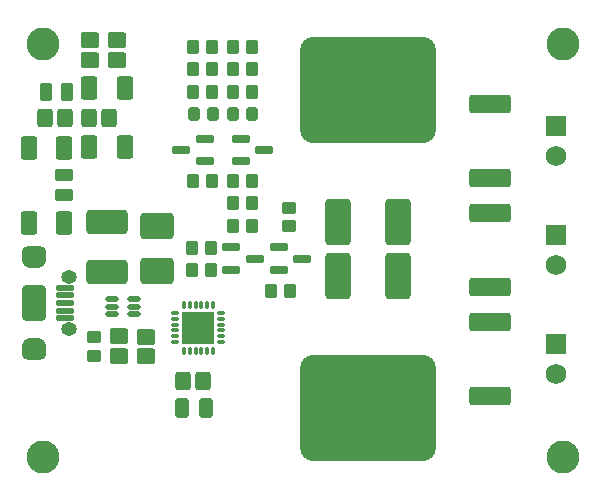
<source format=gts>
G04 Layer_Color=8388736*
%FSLAX43Y43*%
%MOMM*%
G71*
G01*
G75*
%ADD43C,0.800*%
%ADD51O,0.700X0.300*%
G04:AMPARAMS|DCode=52|XSize=0.5mm|YSize=1.15mm|CornerRadius=0.15mm|HoleSize=0mm|Usage=FLASHONLY|Rotation=90.000|XOffset=0mm|YOffset=0mm|HoleType=Round|Shape=RoundedRectangle|*
%AMROUNDEDRECTD52*
21,1,0.500,0.850,0,0,90.0*
21,1,0.200,1.150,0,0,90.0*
1,1,0.300,0.425,0.100*
1,1,0.300,0.425,-0.100*
1,1,0.300,-0.425,-0.100*
1,1,0.300,-0.425,0.100*
%
%ADD52ROUNDEDRECTD52*%
G04:AMPARAMS|DCode=53|XSize=2mm|YSize=1.8mm|CornerRadius=0.56mm|HoleSize=0mm|Usage=FLASHONLY|Rotation=0.000|XOffset=0mm|YOffset=0mm|HoleType=Round|Shape=RoundedRectangle|*
%AMROUNDEDRECTD53*
21,1,2.000,0.680,0,0,0.0*
21,1,0.880,1.800,0,0,0.0*
1,1,1.120,0.440,-0.340*
1,1,1.120,-0.440,-0.340*
1,1,1.120,-0.440,0.340*
1,1,1.120,0.440,0.340*
%
%ADD53ROUNDEDRECTD53*%
G04:AMPARAMS|DCode=54|XSize=2mm|YSize=3mm|CornerRadius=0.287mm|HoleSize=0mm|Usage=FLASHONLY|Rotation=0.000|XOffset=0mm|YOffset=0mm|HoleType=Round|Shape=RoundedRectangle|*
%AMROUNDEDRECTD54*
21,1,2.000,2.425,0,0,0.0*
21,1,1.425,3.000,0,0,0.0*
1,1,0.575,0.713,-1.212*
1,1,0.575,-0.713,-1.212*
1,1,0.575,-0.713,1.212*
1,1,0.575,0.713,1.212*
%
%ADD54ROUNDEDRECTD54*%
G04:AMPARAMS|DCode=55|XSize=1.45mm|YSize=0.5mm|CornerRadius=0.1mm|HoleSize=0mm|Usage=FLASHONLY|Rotation=0.000|XOffset=0mm|YOffset=0mm|HoleType=Round|Shape=RoundedRectangle|*
%AMROUNDEDRECTD55*
21,1,1.450,0.300,0,0,0.0*
21,1,1.250,0.500,0,0,0.0*
1,1,0.200,0.625,-0.150*
1,1,0.200,-0.625,-0.150*
1,1,0.200,-0.625,0.150*
1,1,0.200,0.625,0.150*
%
%ADD55ROUNDEDRECTD55*%
G04:AMPARAMS|DCode=56|XSize=1.02mm|YSize=1.18mm|CornerRadius=0.165mm|HoleSize=0mm|Usage=FLASHONLY|Rotation=180.000|XOffset=0mm|YOffset=0mm|HoleType=Round|Shape=RoundedRectangle|*
%AMROUNDEDRECTD56*
21,1,1.020,0.850,0,0,180.0*
21,1,0.690,1.180,0,0,180.0*
1,1,0.330,-0.345,0.425*
1,1,0.330,0.345,0.425*
1,1,0.330,0.345,-0.425*
1,1,0.330,-0.345,-0.425*
%
%ADD56ROUNDEDRECTD56*%
G04:AMPARAMS|DCode=57|XSize=0.71mm|YSize=1.45mm|CornerRadius=0.126mm|HoleSize=0mm|Usage=FLASHONLY|Rotation=90.000|XOffset=0mm|YOffset=0mm|HoleType=Round|Shape=RoundedRectangle|*
%AMROUNDEDRECTD57*
21,1,0.710,1.198,0,0,90.0*
21,1,0.458,1.450,0,0,90.0*
1,1,0.253,0.599,0.229*
1,1,0.253,0.599,-0.229*
1,1,0.253,-0.599,-0.229*
1,1,0.253,-0.599,0.229*
%
%ADD57ROUNDEDRECTD57*%
G04:AMPARAMS|DCode=58|XSize=1.04mm|YSize=1.13mm|CornerRadius=0.168mm|HoleSize=0mm|Usage=FLASHONLY|Rotation=0.000|XOffset=0mm|YOffset=0mm|HoleType=Round|Shape=RoundedRectangle|*
%AMROUNDEDRECTD58*
21,1,1.040,0.795,0,0,0.0*
21,1,0.705,1.130,0,0,0.0*
1,1,0.335,0.352,-0.398*
1,1,0.335,-0.352,-0.398*
1,1,0.335,-0.352,0.398*
1,1,0.335,0.352,0.398*
%
%ADD58ROUNDEDRECTD58*%
G04:AMPARAMS|DCode=59|XSize=1.02mm|YSize=1.18mm|CornerRadius=0.165mm|HoleSize=0mm|Usage=FLASHONLY|Rotation=270.000|XOffset=0mm|YOffset=0mm|HoleType=Round|Shape=RoundedRectangle|*
%AMROUNDEDRECTD59*
21,1,1.020,0.850,0,0,270.0*
21,1,0.690,1.180,0,0,270.0*
1,1,0.330,-0.425,-0.345*
1,1,0.330,-0.425,0.345*
1,1,0.330,0.425,0.345*
1,1,0.330,0.425,-0.345*
%
%ADD59ROUNDEDRECTD59*%
G04:AMPARAMS|DCode=60|XSize=1.38mm|YSize=1.97mm|CornerRadius=0.21mm|HoleSize=0mm|Usage=FLASHONLY|Rotation=180.000|XOffset=0mm|YOffset=0mm|HoleType=Round|Shape=RoundedRectangle|*
%AMROUNDEDRECTD60*
21,1,1.380,1.550,0,0,180.0*
21,1,0.960,1.970,0,0,180.0*
1,1,0.420,-0.480,0.775*
1,1,0.420,0.480,0.775*
1,1,0.420,0.480,-0.775*
1,1,0.420,-0.480,-0.775*
%
%ADD60ROUNDEDRECTD60*%
G04:AMPARAMS|DCode=61|XSize=2.05mm|YSize=3.5mm|CornerRadius=0.294mm|HoleSize=0mm|Usage=FLASHONLY|Rotation=90.000|XOffset=0mm|YOffset=0mm|HoleType=Round|Shape=RoundedRectangle|*
%AMROUNDEDRECTD61*
21,1,2.050,2.913,0,0,90.0*
21,1,1.462,3.500,0,0,90.0*
1,1,0.588,1.456,0.731*
1,1,0.588,1.456,-0.731*
1,1,0.588,-1.456,-0.731*
1,1,0.588,-1.456,0.731*
%
%ADD61ROUNDEDRECTD61*%
G04:AMPARAMS|DCode=62|XSize=1.31mm|YSize=1.56mm|CornerRadius=0.201mm|HoleSize=0mm|Usage=FLASHONLY|Rotation=0.000|XOffset=0mm|YOffset=0mm|HoleType=Round|Shape=RoundedRectangle|*
%AMROUNDEDRECTD62*
21,1,1.310,1.157,0,0,0.0*
21,1,0.907,1.560,0,0,0.0*
1,1,0.403,0.454,-0.579*
1,1,0.403,-0.454,-0.579*
1,1,0.403,-0.454,0.579*
1,1,0.403,0.454,0.579*
%
%ADD62ROUNDEDRECTD62*%
%ADD63R,2.780X2.780*%
%ADD64O,0.300X0.700*%
G04:AMPARAMS|DCode=65|XSize=2.843mm|YSize=2.259mm|CornerRadius=0.32mm|HoleSize=0mm|Usage=FLASHONLY|Rotation=0.000|XOffset=0mm|YOffset=0mm|HoleType=Round|Shape=RoundedRectangle|*
%AMROUNDEDRECTD65*
21,1,2.843,1.619,0,0,0.0*
21,1,2.203,2.259,0,0,0.0*
1,1,0.640,1.102,-0.810*
1,1,0.640,-1.102,-0.810*
1,1,0.640,-1.102,0.810*
1,1,0.640,1.102,0.810*
%
%ADD65ROUNDEDRECTD65*%
G04:AMPARAMS|DCode=66|XSize=1.1mm|YSize=1.5mm|CornerRadius=0.175mm|HoleSize=0mm|Usage=FLASHONLY|Rotation=90.000|XOffset=0mm|YOffset=0mm|HoleType=Round|Shape=RoundedRectangle|*
%AMROUNDEDRECTD66*
21,1,1.100,1.150,0,0,90.0*
21,1,0.750,1.500,0,0,90.0*
1,1,0.350,0.575,0.375*
1,1,0.350,0.575,-0.375*
1,1,0.350,-0.575,-0.375*
1,1,0.350,-0.575,0.375*
%
%ADD66ROUNDEDRECTD66*%
G04:AMPARAMS|DCode=67|XSize=1.31mm|YSize=1.56mm|CornerRadius=0.201mm|HoleSize=0mm|Usage=FLASHONLY|Rotation=270.000|XOffset=0mm|YOffset=0mm|HoleType=Round|Shape=RoundedRectangle|*
%AMROUNDEDRECTD67*
21,1,1.310,1.157,0,0,270.0*
21,1,0.907,1.560,0,0,270.0*
1,1,0.403,-0.579,-0.454*
1,1,0.403,-0.579,0.454*
1,1,0.403,0.579,0.454*
1,1,0.403,0.579,-0.454*
%
%ADD67ROUNDEDRECTD67*%
G04:AMPARAMS|DCode=68|XSize=1.1mm|YSize=1.5mm|CornerRadius=0.175mm|HoleSize=0mm|Usage=FLASHONLY|Rotation=0.000|XOffset=0mm|YOffset=0mm|HoleType=Round|Shape=RoundedRectangle|*
%AMROUNDEDRECTD68*
21,1,1.100,1.150,0,0,0.0*
21,1,0.750,1.500,0,0,0.0*
1,1,0.350,0.375,-0.575*
1,1,0.350,-0.375,-0.575*
1,1,0.350,-0.375,0.575*
1,1,0.350,0.375,0.575*
%
%ADD68ROUNDEDRECTD68*%
G04:AMPARAMS|DCode=69|XSize=1.63mm|YSize=1.12mm|CornerRadius=0.177mm|HoleSize=0mm|Usage=FLASHONLY|Rotation=270.000|XOffset=0mm|YOffset=0mm|HoleType=Round|Shape=RoundedRectangle|*
%AMROUNDEDRECTD69*
21,1,1.630,0.765,0,0,270.0*
21,1,1.275,1.120,0,0,270.0*
1,1,0.355,-0.383,-0.637*
1,1,0.355,-0.383,0.637*
1,1,0.355,0.383,0.637*
1,1,0.355,0.383,-0.637*
%
%ADD69ROUNDEDRECTD69*%
G04:AMPARAMS|DCode=70|XSize=2.18mm|YSize=3.91mm|CornerRadius=0.31mm|HoleSize=0mm|Usage=FLASHONLY|Rotation=0.000|XOffset=0mm|YOffset=0mm|HoleType=Round|Shape=RoundedRectangle|*
%AMROUNDEDRECTD70*
21,1,2.180,3.290,0,0,0.0*
21,1,1.560,3.910,0,0,0.0*
1,1,0.620,0.780,-1.645*
1,1,0.620,-0.780,-1.645*
1,1,0.620,-0.780,1.645*
1,1,0.620,0.780,1.645*
%
%ADD70ROUNDEDRECTD70*%
G04:AMPARAMS|DCode=71|XSize=11.53mm|YSize=8.99mm|CornerRadius=1.161mm|HoleSize=0mm|Usage=FLASHONLY|Rotation=0.000|XOffset=0mm|YOffset=0mm|HoleType=Round|Shape=RoundedRectangle|*
%AMROUNDEDRECTD71*
21,1,11.530,6.668,0,0,0.0*
21,1,9.207,8.990,0,0,0.0*
1,1,2.322,4.604,-3.334*
1,1,2.322,-4.604,-3.334*
1,1,2.322,-4.604,3.334*
1,1,2.322,4.604,3.334*
%
%ADD71ROUNDEDRECTD71*%
G04:AMPARAMS|DCode=72|XSize=1.55mm|YSize=3.53mm|CornerRadius=0.231mm|HoleSize=0mm|Usage=FLASHONLY|Rotation=270.000|XOffset=0mm|YOffset=0mm|HoleType=Round|Shape=RoundedRectangle|*
%AMROUNDEDRECTD72*
21,1,1.550,3.067,0,0,270.0*
21,1,1.087,3.530,0,0,270.0*
1,1,0.463,-1.534,-0.544*
1,1,0.463,-1.534,0.544*
1,1,0.463,1.534,0.544*
1,1,0.463,1.534,-0.544*
%
%ADD72ROUNDEDRECTD72*%
G04:AMPARAMS|DCode=73|XSize=2mm|YSize=1.3mm|CornerRadius=0.41mm|HoleSize=0mm|Usage=FLASHONLY|Rotation=0.000|XOffset=0mm|YOffset=0mm|HoleType=Round|Shape=RoundedRectangle|*
%AMROUNDEDRECTD73*
21,1,2.000,0.480,0,0,0.0*
21,1,1.180,1.300,0,0,0.0*
1,1,0.820,0.590,-0.240*
1,1,0.820,-0.590,-0.240*
1,1,0.820,-0.590,0.240*
1,1,0.820,0.590,0.240*
%
%ADD73ROUNDEDRECTD73*%
%ADD74O,1.350X1.150*%
%ADD75C,1.751*%
%ADD76R,1.751X1.751*%
%ADD77C,2.800*%
D43*
X15500Y23600D02*
D03*
X16800D02*
D03*
Y22400D02*
D03*
X15500D02*
D03*
D51*
X14170Y22720D02*
D03*
Y23220D02*
D03*
X18070Y24220D02*
D03*
Y23720D02*
D03*
Y23220D02*
D03*
Y22720D02*
D03*
Y22220D02*
D03*
Y21720D02*
D03*
X14170D02*
D03*
Y22220D02*
D03*
Y23720D02*
D03*
Y24220D02*
D03*
D52*
X10625Y24100D02*
D03*
Y25400D02*
D03*
X8775Y24100D02*
D03*
X8775Y24750D02*
D03*
X8775Y25400D02*
D03*
X10625Y24750D02*
D03*
D53*
X2176Y28975D02*
D03*
X2176Y21125D02*
D03*
D54*
X2176Y25050D02*
D03*
D55*
X4851Y26350D02*
D03*
Y25700D02*
D03*
Y25050D02*
D03*
Y24400D02*
D03*
Y23750D02*
D03*
D56*
X22275Y26100D02*
D03*
X23875D02*
D03*
X15575Y27850D02*
D03*
X17175Y27850D02*
D03*
X17175Y29725D02*
D03*
X15575Y29725D02*
D03*
X19075Y33500D02*
D03*
X20675Y33500D02*
D03*
X19075Y42925D02*
D03*
X20675Y42925D02*
D03*
X20675Y44850D02*
D03*
X19075D02*
D03*
X19075Y46725D02*
D03*
X20675Y46725D02*
D03*
X17300Y35380D02*
D03*
X15700Y35380D02*
D03*
X19075Y35405D02*
D03*
X20675Y35405D02*
D03*
X15700Y42950D02*
D03*
X17300Y42950D02*
D03*
X17300Y44825D02*
D03*
X15700Y44825D02*
D03*
X15700Y46750D02*
D03*
X17300Y46750D02*
D03*
X20675Y31575D02*
D03*
X19075D02*
D03*
D57*
X20875Y28800D02*
D03*
X18875Y27850D02*
D03*
Y29750D02*
D03*
X21700Y38005D02*
D03*
X19700Y37055D02*
D03*
X19700Y38955D02*
D03*
X14675Y38005D02*
D03*
X16675Y38955D02*
D03*
X16675Y37055D02*
D03*
X22925Y29750D02*
D03*
Y27850D02*
D03*
X24925Y28800D02*
D03*
D58*
X19075Y41075D02*
D03*
X20675Y41075D02*
D03*
X15725Y41075D02*
D03*
X17325Y41075D02*
D03*
D59*
X7275Y22173D02*
D03*
X7275Y20573D02*
D03*
X23825Y33125D02*
D03*
X23825Y31525D02*
D03*
D60*
X9878Y38224D02*
D03*
X6878Y38224D02*
D03*
X1750Y38201D02*
D03*
X4750Y38201D02*
D03*
X4750Y31826D02*
D03*
X1750Y31826D02*
D03*
X9875Y43250D02*
D03*
X6875Y43250D02*
D03*
D61*
X8410Y27675D02*
D03*
Y31875D02*
D03*
D62*
X3100Y40725D02*
D03*
X4790Y40725D02*
D03*
X16540Y18470D02*
D03*
X14850Y18470D02*
D03*
X8525Y40725D02*
D03*
X6835Y40725D02*
D03*
D63*
X16120Y22970D02*
D03*
D64*
X14870Y24920D02*
D03*
X15370D02*
D03*
X15870D02*
D03*
X16370D02*
D03*
X16870D02*
D03*
X17370D02*
D03*
Y21020D02*
D03*
X16870D02*
D03*
X16370D02*
D03*
X15870D02*
D03*
X15370D02*
D03*
X14870D02*
D03*
D65*
X12575Y31555D02*
D03*
X12575Y27795D02*
D03*
D66*
X4753Y35900D02*
D03*
X4753Y34150D02*
D03*
D67*
X9232Y47330D02*
D03*
X9232Y45640D02*
D03*
X6950Y47325D02*
D03*
X6950Y45635D02*
D03*
X11650Y22210D02*
D03*
Y20520D02*
D03*
X9375Y22220D02*
D03*
Y20530D02*
D03*
D68*
X4950Y42925D02*
D03*
X3200Y42925D02*
D03*
D69*
X14725Y16170D02*
D03*
X16740Y16170D02*
D03*
D70*
X27924Y31893D02*
D03*
X33004Y31893D02*
D03*
X33000Y27300D02*
D03*
X27920Y27300D02*
D03*
D71*
X30464Y43073D02*
D03*
X30460Y16120D02*
D03*
D72*
X40800Y23408D02*
D03*
X40800Y17178D02*
D03*
X40800Y32638D02*
D03*
X40800Y26408D02*
D03*
X40800Y41868D02*
D03*
X40800Y35638D02*
D03*
D73*
X2176Y29225D02*
D03*
X2176Y20875D02*
D03*
D74*
X5176Y22825D02*
D03*
Y27275D02*
D03*
D75*
X46375Y19000D02*
D03*
Y28230D02*
D03*
X46375Y37460D02*
D03*
D76*
X46375Y21540D02*
D03*
Y30770D02*
D03*
X46375Y40000D02*
D03*
D77*
X47000Y47000D02*
D03*
Y12000D02*
D03*
X3000D02*
D03*
Y47000D02*
D03*
M02*

</source>
